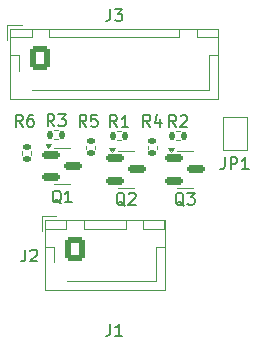
<source format=gto>
G04 #@! TF.GenerationSoftware,KiCad,Pcbnew,9.0.4*
G04 #@! TF.CreationDate,2025-10-02T22:35:08+04:00*
G04 #@! TF.ProjectId,handheld1_motion4sim_FO41AFC70E184,68616e64-6865-46c6-9431-5f6d6f74696f,rev?*
G04 #@! TF.SameCoordinates,Original*
G04 #@! TF.FileFunction,Legend,Top*
G04 #@! TF.FilePolarity,Positive*
%FSLAX46Y46*%
G04 Gerber Fmt 4.6, Leading zero omitted, Abs format (unit mm)*
G04 Created by KiCad (PCBNEW 9.0.4) date 2025-10-02 22:35:08*
%MOMM*%
%LPD*%
G01*
G04 APERTURE LIST*
G04 Aperture macros list*
%AMRoundRect*
0 Rectangle with rounded corners*
0 $1 Rounding radius*
0 $2 $3 $4 $5 $6 $7 $8 $9 X,Y pos of 4 corners*
0 Add a 4 corners polygon primitive as box body*
4,1,4,$2,$3,$4,$5,$6,$7,$8,$9,$2,$3,0*
0 Add four circle primitives for the rounded corners*
1,1,$1+$1,$2,$3*
1,1,$1+$1,$4,$5*
1,1,$1+$1,$6,$7*
1,1,$1+$1,$8,$9*
0 Add four rect primitives between the rounded corners*
20,1,$1+$1,$2,$3,$4,$5,0*
20,1,$1+$1,$4,$5,$6,$7,0*
20,1,$1+$1,$6,$7,$8,$9,0*
20,1,$1+$1,$8,$9,$2,$3,0*%
G04 Aperture macros list end*
%ADD10C,0.150000*%
%ADD11C,0.120000*%
%ADD12R,9.000000X3.915000*%
%ADD13R,0.770000X5.000000*%
%ADD14RoundRect,0.135000X0.185000X-0.135000X0.185000X0.135000X-0.185000X0.135000X-0.185000X-0.135000X0*%
%ADD15RoundRect,0.150000X-0.587500X-0.150000X0.587500X-0.150000X0.587500X0.150000X-0.587500X0.150000X0*%
%ADD16R,1.500000X1.000000*%
%ADD17RoundRect,0.135000X-0.135000X-0.185000X0.135000X-0.185000X0.135000X0.185000X-0.135000X0.185000X0*%
%ADD18C,1.200000*%
%ADD19RoundRect,0.250000X-0.600000X-0.725000X0.600000X-0.725000X0.600000X0.725000X-0.600000X0.725000X0*%
%ADD20O,1.700000X1.950000*%
G04 APERTURE END LIST*
D10*
X146666666Y-98564819D02*
X146666666Y-99279104D01*
X146666666Y-99279104D02*
X146619047Y-99421961D01*
X146619047Y-99421961D02*
X146523809Y-99517200D01*
X146523809Y-99517200D02*
X146380952Y-99564819D01*
X146380952Y-99564819D02*
X146285714Y-99564819D01*
X147666666Y-99564819D02*
X147095238Y-99564819D01*
X147380952Y-99564819D02*
X147380952Y-98564819D01*
X147380952Y-98564819D02*
X147285714Y-98707676D01*
X147285714Y-98707676D02*
X147190476Y-98802914D01*
X147190476Y-98802914D02*
X147095238Y-98850533D01*
X139233333Y-81854819D02*
X138900000Y-81378628D01*
X138661905Y-81854819D02*
X138661905Y-80854819D01*
X138661905Y-80854819D02*
X139042857Y-80854819D01*
X139042857Y-80854819D02*
X139138095Y-80902438D01*
X139138095Y-80902438D02*
X139185714Y-80950057D01*
X139185714Y-80950057D02*
X139233333Y-81045295D01*
X139233333Y-81045295D02*
X139233333Y-81188152D01*
X139233333Y-81188152D02*
X139185714Y-81283390D01*
X139185714Y-81283390D02*
X139138095Y-81331009D01*
X139138095Y-81331009D02*
X139042857Y-81378628D01*
X139042857Y-81378628D02*
X138661905Y-81378628D01*
X140090476Y-80854819D02*
X139900000Y-80854819D01*
X139900000Y-80854819D02*
X139804762Y-80902438D01*
X139804762Y-80902438D02*
X139757143Y-80950057D01*
X139757143Y-80950057D02*
X139661905Y-81092914D01*
X139661905Y-81092914D02*
X139614286Y-81283390D01*
X139614286Y-81283390D02*
X139614286Y-81664342D01*
X139614286Y-81664342D02*
X139661905Y-81759580D01*
X139661905Y-81759580D02*
X139709524Y-81807200D01*
X139709524Y-81807200D02*
X139804762Y-81854819D01*
X139804762Y-81854819D02*
X139995238Y-81854819D01*
X139995238Y-81854819D02*
X140090476Y-81807200D01*
X140090476Y-81807200D02*
X140138095Y-81759580D01*
X140138095Y-81759580D02*
X140185714Y-81664342D01*
X140185714Y-81664342D02*
X140185714Y-81426247D01*
X140185714Y-81426247D02*
X140138095Y-81331009D01*
X140138095Y-81331009D02*
X140090476Y-81283390D01*
X140090476Y-81283390D02*
X139995238Y-81235771D01*
X139995238Y-81235771D02*
X139804762Y-81235771D01*
X139804762Y-81235771D02*
X139709524Y-81283390D01*
X139709524Y-81283390D02*
X139661905Y-81331009D01*
X139661905Y-81331009D02*
X139614286Y-81426247D01*
X144633333Y-81854819D02*
X144300000Y-81378628D01*
X144061905Y-81854819D02*
X144061905Y-80854819D01*
X144061905Y-80854819D02*
X144442857Y-80854819D01*
X144442857Y-80854819D02*
X144538095Y-80902438D01*
X144538095Y-80902438D02*
X144585714Y-80950057D01*
X144585714Y-80950057D02*
X144633333Y-81045295D01*
X144633333Y-81045295D02*
X144633333Y-81188152D01*
X144633333Y-81188152D02*
X144585714Y-81283390D01*
X144585714Y-81283390D02*
X144538095Y-81331009D01*
X144538095Y-81331009D02*
X144442857Y-81378628D01*
X144442857Y-81378628D02*
X144061905Y-81378628D01*
X145538095Y-80854819D02*
X145061905Y-80854819D01*
X145061905Y-80854819D02*
X145014286Y-81331009D01*
X145014286Y-81331009D02*
X145061905Y-81283390D01*
X145061905Y-81283390D02*
X145157143Y-81235771D01*
X145157143Y-81235771D02*
X145395238Y-81235771D01*
X145395238Y-81235771D02*
X145490476Y-81283390D01*
X145490476Y-81283390D02*
X145538095Y-81331009D01*
X145538095Y-81331009D02*
X145585714Y-81426247D01*
X145585714Y-81426247D02*
X145585714Y-81664342D01*
X145585714Y-81664342D02*
X145538095Y-81759580D01*
X145538095Y-81759580D02*
X145490476Y-81807200D01*
X145490476Y-81807200D02*
X145395238Y-81854819D01*
X145395238Y-81854819D02*
X145157143Y-81854819D01*
X145157143Y-81854819D02*
X145061905Y-81807200D01*
X145061905Y-81807200D02*
X145014286Y-81759580D01*
X150033333Y-81854819D02*
X149700000Y-81378628D01*
X149461905Y-81854819D02*
X149461905Y-80854819D01*
X149461905Y-80854819D02*
X149842857Y-80854819D01*
X149842857Y-80854819D02*
X149938095Y-80902438D01*
X149938095Y-80902438D02*
X149985714Y-80950057D01*
X149985714Y-80950057D02*
X150033333Y-81045295D01*
X150033333Y-81045295D02*
X150033333Y-81188152D01*
X150033333Y-81188152D02*
X149985714Y-81283390D01*
X149985714Y-81283390D02*
X149938095Y-81331009D01*
X149938095Y-81331009D02*
X149842857Y-81378628D01*
X149842857Y-81378628D02*
X149461905Y-81378628D01*
X150890476Y-81188152D02*
X150890476Y-81854819D01*
X150652381Y-80807200D02*
X150414286Y-81521485D01*
X150414286Y-81521485D02*
X151033333Y-81521485D01*
X147904761Y-88550057D02*
X147809523Y-88502438D01*
X147809523Y-88502438D02*
X147714285Y-88407200D01*
X147714285Y-88407200D02*
X147571428Y-88264342D01*
X147571428Y-88264342D02*
X147476190Y-88216723D01*
X147476190Y-88216723D02*
X147380952Y-88216723D01*
X147428571Y-88454819D02*
X147333333Y-88407200D01*
X147333333Y-88407200D02*
X147238095Y-88311961D01*
X147238095Y-88311961D02*
X147190476Y-88121485D01*
X147190476Y-88121485D02*
X147190476Y-87788152D01*
X147190476Y-87788152D02*
X147238095Y-87597676D01*
X147238095Y-87597676D02*
X147333333Y-87502438D01*
X147333333Y-87502438D02*
X147428571Y-87454819D01*
X147428571Y-87454819D02*
X147619047Y-87454819D01*
X147619047Y-87454819D02*
X147714285Y-87502438D01*
X147714285Y-87502438D02*
X147809523Y-87597676D01*
X147809523Y-87597676D02*
X147857142Y-87788152D01*
X147857142Y-87788152D02*
X147857142Y-88121485D01*
X147857142Y-88121485D02*
X147809523Y-88311961D01*
X147809523Y-88311961D02*
X147714285Y-88407200D01*
X147714285Y-88407200D02*
X147619047Y-88454819D01*
X147619047Y-88454819D02*
X147428571Y-88454819D01*
X148238095Y-87550057D02*
X148285714Y-87502438D01*
X148285714Y-87502438D02*
X148380952Y-87454819D01*
X148380952Y-87454819D02*
X148619047Y-87454819D01*
X148619047Y-87454819D02*
X148714285Y-87502438D01*
X148714285Y-87502438D02*
X148761904Y-87550057D01*
X148761904Y-87550057D02*
X148809523Y-87645295D01*
X148809523Y-87645295D02*
X148809523Y-87740533D01*
X148809523Y-87740533D02*
X148761904Y-87883390D01*
X148761904Y-87883390D02*
X148190476Y-88454819D01*
X148190476Y-88454819D02*
X148809523Y-88454819D01*
X156366666Y-84454819D02*
X156366666Y-85169104D01*
X156366666Y-85169104D02*
X156319047Y-85311961D01*
X156319047Y-85311961D02*
X156223809Y-85407200D01*
X156223809Y-85407200D02*
X156080952Y-85454819D01*
X156080952Y-85454819D02*
X155985714Y-85454819D01*
X156842857Y-85454819D02*
X156842857Y-84454819D01*
X156842857Y-84454819D02*
X157223809Y-84454819D01*
X157223809Y-84454819D02*
X157319047Y-84502438D01*
X157319047Y-84502438D02*
X157366666Y-84550057D01*
X157366666Y-84550057D02*
X157414285Y-84645295D01*
X157414285Y-84645295D02*
X157414285Y-84788152D01*
X157414285Y-84788152D02*
X157366666Y-84883390D01*
X157366666Y-84883390D02*
X157319047Y-84931009D01*
X157319047Y-84931009D02*
X157223809Y-84978628D01*
X157223809Y-84978628D02*
X156842857Y-84978628D01*
X158366666Y-85454819D02*
X157795238Y-85454819D01*
X158080952Y-85454819D02*
X158080952Y-84454819D01*
X158080952Y-84454819D02*
X157985714Y-84597676D01*
X157985714Y-84597676D02*
X157890476Y-84692914D01*
X157890476Y-84692914D02*
X157795238Y-84740533D01*
X141923333Y-81809819D02*
X141590000Y-81333628D01*
X141351905Y-81809819D02*
X141351905Y-80809819D01*
X141351905Y-80809819D02*
X141732857Y-80809819D01*
X141732857Y-80809819D02*
X141828095Y-80857438D01*
X141828095Y-80857438D02*
X141875714Y-80905057D01*
X141875714Y-80905057D02*
X141923333Y-81000295D01*
X141923333Y-81000295D02*
X141923333Y-81143152D01*
X141923333Y-81143152D02*
X141875714Y-81238390D01*
X141875714Y-81238390D02*
X141828095Y-81286009D01*
X141828095Y-81286009D02*
X141732857Y-81333628D01*
X141732857Y-81333628D02*
X141351905Y-81333628D01*
X142256667Y-80809819D02*
X142875714Y-80809819D01*
X142875714Y-80809819D02*
X142542381Y-81190771D01*
X142542381Y-81190771D02*
X142685238Y-81190771D01*
X142685238Y-81190771D02*
X142780476Y-81238390D01*
X142780476Y-81238390D02*
X142828095Y-81286009D01*
X142828095Y-81286009D02*
X142875714Y-81381247D01*
X142875714Y-81381247D02*
X142875714Y-81619342D01*
X142875714Y-81619342D02*
X142828095Y-81714580D01*
X142828095Y-81714580D02*
X142780476Y-81762200D01*
X142780476Y-81762200D02*
X142685238Y-81809819D01*
X142685238Y-81809819D02*
X142399524Y-81809819D01*
X142399524Y-81809819D02*
X142304286Y-81762200D01*
X142304286Y-81762200D02*
X142256667Y-81714580D01*
X146666666Y-71904819D02*
X146666666Y-72619104D01*
X146666666Y-72619104D02*
X146619047Y-72761961D01*
X146619047Y-72761961D02*
X146523809Y-72857200D01*
X146523809Y-72857200D02*
X146380952Y-72904819D01*
X146380952Y-72904819D02*
X146285714Y-72904819D01*
X147047619Y-71904819D02*
X147666666Y-71904819D01*
X147666666Y-71904819D02*
X147333333Y-72285771D01*
X147333333Y-72285771D02*
X147476190Y-72285771D01*
X147476190Y-72285771D02*
X147571428Y-72333390D01*
X147571428Y-72333390D02*
X147619047Y-72381009D01*
X147619047Y-72381009D02*
X147666666Y-72476247D01*
X147666666Y-72476247D02*
X147666666Y-72714342D01*
X147666666Y-72714342D02*
X147619047Y-72809580D01*
X147619047Y-72809580D02*
X147571428Y-72857200D01*
X147571428Y-72857200D02*
X147476190Y-72904819D01*
X147476190Y-72904819D02*
X147190476Y-72904819D01*
X147190476Y-72904819D02*
X147095238Y-72857200D01*
X147095238Y-72857200D02*
X147047619Y-72809580D01*
X147233333Y-81884819D02*
X146900000Y-81408628D01*
X146661905Y-81884819D02*
X146661905Y-80884819D01*
X146661905Y-80884819D02*
X147042857Y-80884819D01*
X147042857Y-80884819D02*
X147138095Y-80932438D01*
X147138095Y-80932438D02*
X147185714Y-80980057D01*
X147185714Y-80980057D02*
X147233333Y-81075295D01*
X147233333Y-81075295D02*
X147233333Y-81218152D01*
X147233333Y-81218152D02*
X147185714Y-81313390D01*
X147185714Y-81313390D02*
X147138095Y-81361009D01*
X147138095Y-81361009D02*
X147042857Y-81408628D01*
X147042857Y-81408628D02*
X146661905Y-81408628D01*
X148185714Y-81884819D02*
X147614286Y-81884819D01*
X147900000Y-81884819D02*
X147900000Y-80884819D01*
X147900000Y-80884819D02*
X147804762Y-81027676D01*
X147804762Y-81027676D02*
X147709524Y-81122914D01*
X147709524Y-81122914D02*
X147614286Y-81170533D01*
X152904761Y-88550057D02*
X152809523Y-88502438D01*
X152809523Y-88502438D02*
X152714285Y-88407200D01*
X152714285Y-88407200D02*
X152571428Y-88264342D01*
X152571428Y-88264342D02*
X152476190Y-88216723D01*
X152476190Y-88216723D02*
X152380952Y-88216723D01*
X152428571Y-88454819D02*
X152333333Y-88407200D01*
X152333333Y-88407200D02*
X152238095Y-88311961D01*
X152238095Y-88311961D02*
X152190476Y-88121485D01*
X152190476Y-88121485D02*
X152190476Y-87788152D01*
X152190476Y-87788152D02*
X152238095Y-87597676D01*
X152238095Y-87597676D02*
X152333333Y-87502438D01*
X152333333Y-87502438D02*
X152428571Y-87454819D01*
X152428571Y-87454819D02*
X152619047Y-87454819D01*
X152619047Y-87454819D02*
X152714285Y-87502438D01*
X152714285Y-87502438D02*
X152809523Y-87597676D01*
X152809523Y-87597676D02*
X152857142Y-87788152D01*
X152857142Y-87788152D02*
X152857142Y-88121485D01*
X152857142Y-88121485D02*
X152809523Y-88311961D01*
X152809523Y-88311961D02*
X152714285Y-88407200D01*
X152714285Y-88407200D02*
X152619047Y-88454819D01*
X152619047Y-88454819D02*
X152428571Y-88454819D01*
X153190476Y-87454819D02*
X153809523Y-87454819D01*
X153809523Y-87454819D02*
X153476190Y-87835771D01*
X153476190Y-87835771D02*
X153619047Y-87835771D01*
X153619047Y-87835771D02*
X153714285Y-87883390D01*
X153714285Y-87883390D02*
X153761904Y-87931009D01*
X153761904Y-87931009D02*
X153809523Y-88026247D01*
X153809523Y-88026247D02*
X153809523Y-88264342D01*
X153809523Y-88264342D02*
X153761904Y-88359580D01*
X153761904Y-88359580D02*
X153714285Y-88407200D01*
X153714285Y-88407200D02*
X153619047Y-88454819D01*
X153619047Y-88454819D02*
X153333333Y-88454819D01*
X153333333Y-88454819D02*
X153238095Y-88407200D01*
X153238095Y-88407200D02*
X153190476Y-88359580D01*
X142504761Y-88350057D02*
X142409523Y-88302438D01*
X142409523Y-88302438D02*
X142314285Y-88207200D01*
X142314285Y-88207200D02*
X142171428Y-88064342D01*
X142171428Y-88064342D02*
X142076190Y-88016723D01*
X142076190Y-88016723D02*
X141980952Y-88016723D01*
X142028571Y-88254819D02*
X141933333Y-88207200D01*
X141933333Y-88207200D02*
X141838095Y-88111961D01*
X141838095Y-88111961D02*
X141790476Y-87921485D01*
X141790476Y-87921485D02*
X141790476Y-87588152D01*
X141790476Y-87588152D02*
X141838095Y-87397676D01*
X141838095Y-87397676D02*
X141933333Y-87302438D01*
X141933333Y-87302438D02*
X142028571Y-87254819D01*
X142028571Y-87254819D02*
X142219047Y-87254819D01*
X142219047Y-87254819D02*
X142314285Y-87302438D01*
X142314285Y-87302438D02*
X142409523Y-87397676D01*
X142409523Y-87397676D02*
X142457142Y-87588152D01*
X142457142Y-87588152D02*
X142457142Y-87921485D01*
X142457142Y-87921485D02*
X142409523Y-88111961D01*
X142409523Y-88111961D02*
X142314285Y-88207200D01*
X142314285Y-88207200D02*
X142219047Y-88254819D01*
X142219047Y-88254819D02*
X142028571Y-88254819D01*
X143409523Y-88254819D02*
X142838095Y-88254819D01*
X143123809Y-88254819D02*
X143123809Y-87254819D01*
X143123809Y-87254819D02*
X143028571Y-87397676D01*
X143028571Y-87397676D02*
X142933333Y-87492914D01*
X142933333Y-87492914D02*
X142838095Y-87540533D01*
X139466666Y-92254819D02*
X139466666Y-92969104D01*
X139466666Y-92969104D02*
X139419047Y-93111961D01*
X139419047Y-93111961D02*
X139323809Y-93207200D01*
X139323809Y-93207200D02*
X139180952Y-93254819D01*
X139180952Y-93254819D02*
X139085714Y-93254819D01*
X139895238Y-92350057D02*
X139942857Y-92302438D01*
X139942857Y-92302438D02*
X140038095Y-92254819D01*
X140038095Y-92254819D02*
X140276190Y-92254819D01*
X140276190Y-92254819D02*
X140371428Y-92302438D01*
X140371428Y-92302438D02*
X140419047Y-92350057D01*
X140419047Y-92350057D02*
X140466666Y-92445295D01*
X140466666Y-92445295D02*
X140466666Y-92540533D01*
X140466666Y-92540533D02*
X140419047Y-92683390D01*
X140419047Y-92683390D02*
X139847619Y-93254819D01*
X139847619Y-93254819D02*
X140466666Y-93254819D01*
X152233333Y-81884819D02*
X151900000Y-81408628D01*
X151661905Y-81884819D02*
X151661905Y-80884819D01*
X151661905Y-80884819D02*
X152042857Y-80884819D01*
X152042857Y-80884819D02*
X152138095Y-80932438D01*
X152138095Y-80932438D02*
X152185714Y-80980057D01*
X152185714Y-80980057D02*
X152233333Y-81075295D01*
X152233333Y-81075295D02*
X152233333Y-81218152D01*
X152233333Y-81218152D02*
X152185714Y-81313390D01*
X152185714Y-81313390D02*
X152138095Y-81361009D01*
X152138095Y-81361009D02*
X152042857Y-81408628D01*
X152042857Y-81408628D02*
X151661905Y-81408628D01*
X152614286Y-80980057D02*
X152661905Y-80932438D01*
X152661905Y-80932438D02*
X152757143Y-80884819D01*
X152757143Y-80884819D02*
X152995238Y-80884819D01*
X152995238Y-80884819D02*
X153090476Y-80932438D01*
X153090476Y-80932438D02*
X153138095Y-80980057D01*
X153138095Y-80980057D02*
X153185714Y-81075295D01*
X153185714Y-81075295D02*
X153185714Y-81170533D01*
X153185714Y-81170533D02*
X153138095Y-81313390D01*
X153138095Y-81313390D02*
X152566667Y-81884819D01*
X152566667Y-81884819D02*
X153185714Y-81884819D01*
D11*
G04 #@! TO.C,R6*
X139980000Y-84243641D02*
X139980000Y-83936359D01*
X139220000Y-84243641D02*
X139220000Y-83936359D01*
G04 #@! TO.C,R5*
X144620000Y-83753641D02*
X144620000Y-83446359D01*
X145380000Y-83753641D02*
X145380000Y-83446359D01*
G04 #@! TO.C,R4*
X149820000Y-83753641D02*
X149820000Y-83446359D01*
X150580000Y-83753641D02*
X150580000Y-83446359D01*
G04 #@! TO.C,Q2*
X147987500Y-83915000D02*
X147337500Y-83915000D01*
X147987500Y-83915000D02*
X148637500Y-83915000D01*
X147987500Y-87035000D02*
X147337500Y-87035000D01*
X147987500Y-87035000D02*
X148637500Y-87035000D01*
X146825000Y-83965000D02*
X146585000Y-83635000D01*
X147065000Y-83635000D01*
X146825000Y-83965000D01*
G36*
X146825000Y-83965000D02*
G01*
X146585000Y-83635000D01*
X147065000Y-83635000D01*
X146825000Y-83965000D01*
G37*
G04 #@! TO.C,JP1*
X156200000Y-81000000D02*
X158200000Y-81000000D01*
X156200000Y-83800000D02*
X156200000Y-81000000D01*
X158200000Y-81000000D02*
X158200000Y-83800000D01*
X158200000Y-83800000D02*
X156200000Y-83800000D01*
G04 #@! TO.C,R3*
X141936359Y-82145000D02*
X142243641Y-82145000D01*
X141936359Y-82905000D02*
X142243641Y-82905000D01*
G04 #@! TO.C,J3*
X137900000Y-73250000D02*
X137900000Y-74500000D01*
X138190000Y-73540000D02*
X138190000Y-79510000D01*
X138190000Y-79510000D02*
X155810000Y-79510000D01*
X138200000Y-73550000D02*
X138200000Y-74300000D01*
X138200000Y-74300000D02*
X140000000Y-74300000D01*
X138200000Y-75800000D02*
X138950000Y-75800000D01*
X138950000Y-75800000D02*
X138950000Y-77140000D01*
X139150000Y-73250000D02*
X137900000Y-73250000D01*
X140000000Y-73550000D02*
X138200000Y-73550000D01*
X140000000Y-74300000D02*
X140000000Y-73550000D01*
X141500000Y-73550000D02*
X141500000Y-74300000D01*
X141500000Y-74300000D02*
X152500000Y-74300000D01*
X147000000Y-78750000D02*
X140010000Y-78750000D01*
X152500000Y-73550000D02*
X141500000Y-73550000D01*
X152500000Y-74300000D02*
X152500000Y-73550000D01*
X154000000Y-73550000D02*
X154000000Y-74300000D01*
X154000000Y-74300000D02*
X155800000Y-74300000D01*
X155050000Y-75800000D02*
X155050000Y-78750000D01*
X155050000Y-78750000D02*
X147000000Y-78750000D01*
X155800000Y-73550000D02*
X154000000Y-73550000D01*
X155800000Y-74300000D02*
X155800000Y-73550000D01*
X155800000Y-75800000D02*
X155050000Y-75800000D01*
X155810000Y-73540000D02*
X138190000Y-73540000D01*
X155810000Y-79510000D02*
X155810000Y-73540000D01*
G04 #@! TO.C,R1*
X147246359Y-82220000D02*
X147553641Y-82220000D01*
X147246359Y-82980000D02*
X147553641Y-82980000D01*
G04 #@! TO.C,Q3*
X152987500Y-83915000D02*
X152337500Y-83915000D01*
X152987500Y-83915000D02*
X153637500Y-83915000D01*
X152987500Y-87035000D02*
X152337500Y-87035000D01*
X152987500Y-87035000D02*
X153637500Y-87035000D01*
X151825000Y-83965000D02*
X151585000Y-83635000D01*
X152065000Y-83635000D01*
X151825000Y-83965000D01*
G36*
X151825000Y-83965000D02*
G01*
X151585000Y-83635000D01*
X152065000Y-83635000D01*
X151825000Y-83965000D01*
G37*
G04 #@! TO.C,Q1*
X142587500Y-83615000D02*
X141937500Y-83615000D01*
X142587500Y-83615000D02*
X143237500Y-83615000D01*
X142587500Y-86735000D02*
X141937500Y-86735000D01*
X142587500Y-86735000D02*
X143237500Y-86735000D01*
X141425000Y-83665000D02*
X141185000Y-83335000D01*
X141665000Y-83335000D01*
X141425000Y-83665000D01*
G36*
X141425000Y-83665000D02*
G01*
X141185000Y-83335000D01*
X141665000Y-83335000D01*
X141425000Y-83665000D01*
G37*
G04 #@! TO.C,J2*
X140850000Y-89450000D02*
X140850000Y-90700000D01*
X141140000Y-89740000D02*
X141140000Y-95710000D01*
X141140000Y-95710000D02*
X151260000Y-95710000D01*
X141150000Y-89750000D02*
X141150000Y-90500000D01*
X141150000Y-90500000D02*
X142950000Y-90500000D01*
X141150000Y-92000000D02*
X141900000Y-92000000D01*
X141900000Y-92000000D02*
X141900000Y-93340000D01*
X142100000Y-89450000D02*
X140850000Y-89450000D01*
X142950000Y-89750000D02*
X141150000Y-89750000D01*
X142950000Y-90500000D02*
X142950000Y-89750000D01*
X144450000Y-89750000D02*
X144450000Y-90500000D01*
X144450000Y-90500000D02*
X147950000Y-90500000D01*
X146200000Y-94950000D02*
X142960000Y-94950000D01*
X147950000Y-89750000D02*
X144450000Y-89750000D01*
X147950000Y-90500000D02*
X147950000Y-89750000D01*
X149450000Y-89750000D02*
X149450000Y-90500000D01*
X149450000Y-90500000D02*
X151250000Y-90500000D01*
X150500000Y-92000000D02*
X150500000Y-94950000D01*
X150500000Y-94950000D02*
X146200000Y-94950000D01*
X151250000Y-89750000D02*
X149450000Y-89750000D01*
X151250000Y-90500000D02*
X151250000Y-89750000D01*
X151250000Y-92000000D02*
X150500000Y-92000000D01*
X151260000Y-89740000D02*
X141140000Y-89740000D01*
X151260000Y-95710000D02*
X151260000Y-89740000D01*
G04 #@! TO.C,R2*
X152246359Y-82220000D02*
X152553641Y-82220000D01*
X152246359Y-82980000D02*
X152553641Y-82980000D01*
G04 #@! TD*
%LPC*%
G04 #@! TO.C,JP1*
G36*
X156450000Y-82550000D02*
G01*
X157950000Y-82550000D01*
X157950000Y-82250000D01*
X156450000Y-82250000D01*
X156450000Y-82550000D01*
G37*
G04 #@! TD*
D12*
G04 #@! TO.C,J1*
X146975000Y-119382500D03*
D13*
X151445000Y-103160000D03*
X150175000Y-103160000D03*
X148905000Y-103160000D03*
X147635000Y-103160000D03*
X146365000Y-103160000D03*
X145095000Y-103160000D03*
X143825000Y-103160000D03*
X142555000Y-103160000D03*
G04 #@! TD*
D14*
G04 #@! TO.C,R6*
X139600000Y-83580000D03*
X139600000Y-84600000D03*
G04 #@! TD*
G04 #@! TO.C,R5*
X145000000Y-84110000D03*
X145000000Y-83090000D03*
G04 #@! TD*
G04 #@! TO.C,R4*
X150200000Y-84110000D03*
X150200000Y-83090000D03*
G04 #@! TD*
D15*
G04 #@! TO.C,Q2*
X147050000Y-84525000D03*
X147050000Y-86425000D03*
X148925000Y-85475000D03*
G04 #@! TD*
D16*
G04 #@! TO.C,JP1*
X157200000Y-83050000D03*
X157200000Y-81750000D03*
G04 #@! TD*
D17*
G04 #@! TO.C,R3*
X141580000Y-82525000D03*
X142600000Y-82525000D03*
G04 #@! TD*
D18*
G04 #@! TO.C,J3*
X139150000Y-78000000D03*
D19*
X140750000Y-76000000D03*
D20*
X143250000Y-76000000D03*
X145750000Y-76000000D03*
X148250000Y-76000000D03*
X150750000Y-76000000D03*
X153250000Y-76000000D03*
G04 #@! TD*
D17*
G04 #@! TO.C,R1*
X146890000Y-82600000D03*
X147910000Y-82600000D03*
G04 #@! TD*
D15*
G04 #@! TO.C,Q3*
X152050000Y-84525000D03*
X152050000Y-86425000D03*
X153925000Y-85475000D03*
G04 #@! TD*
G04 #@! TO.C,Q1*
X141650000Y-84225000D03*
X141650000Y-86125000D03*
X143525000Y-85175000D03*
G04 #@! TD*
D18*
G04 #@! TO.C,J2*
X142100000Y-94200000D03*
D19*
X143700000Y-92200000D03*
D20*
X146200000Y-92200000D03*
X148700000Y-92200000D03*
G04 #@! TD*
D17*
G04 #@! TO.C,R2*
X151890000Y-82600000D03*
X152910000Y-82600000D03*
G04 #@! TD*
%LPD*%
M02*

</source>
